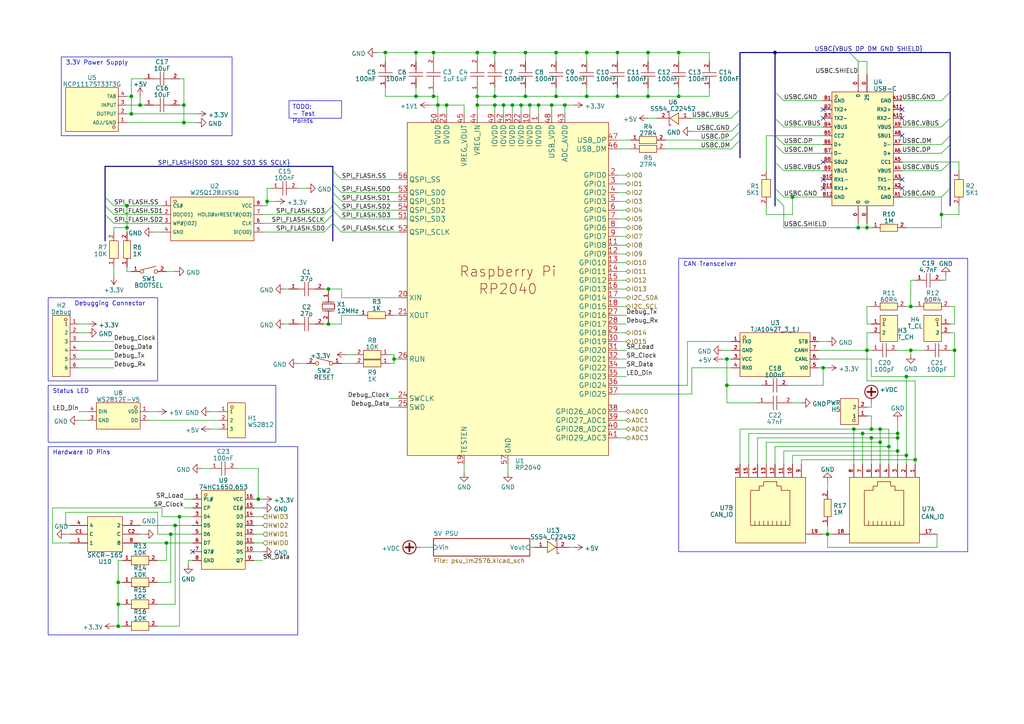
<source format=kicad_sch>
(kicad_sch (version 20230121) (generator eeschema)
  (paper "A4")
  (title_block (title "Pi RP2040 MCU") (date "2024-01-10") (rev "0") (company "DrinkRobotics") (comment 1 "https://git.xythobuz.de/thomas/Dispensy") (comment 3 "PCB Thickness: 1mm") (comment 4 "DRAFT DRAFT DRAFT DRAFT DRAFT"))
  (junction (at 129.54 30.48))
  (junction (at 125.73 15.24))
  (junction (at 152.4 27.94))
  (junction (at 179.07 15.24))
  (junction (at 52.07 149.86))
  (junction (at 170.18 15.24))
  (junction (at 53.34 30.48))
  (junction (at 38.1 33.02))
  (junction (at 276.86 101.6))
  (junction (at 179.07 27.94))
  (junction (at 114.3 104.14))
  (junction (at 77.47 58.42))
  (junction (at 260.35 130.81))
  (junction (at 38.1 27.94))
  (junction (at 40.64 30.48))
  (junction (at 255.27 124.46))
  (junction (at 125.73 27.94))
  (junction (at 248.92 66.04))
  (junction (at 146.05 30.48))
  (junction (at 262.89 132.08))
  (junction (at 138.43 30.48))
  (junction (at 250.19 125.73))
  (junction (at 151.13 30.48))
  (junction (at 252.73 127))
  (junction (at 187.96 27.94))
  (junction (at 163.83 30.48))
  (junction (at 251.46 101.6))
  (junction (at 160.02 30.48))
  (junction (at 247.65 124.46))
  (junction (at 252.73 124.46))
  (junction (at 34.29 181.61))
  (junction (at 74.93 144.78))
  (junction (at 251.46 66.04))
  (junction (at 187.96 15.24))
  (junction (at 161.29 15.24))
  (junction (at 143.51 30.48))
  (junction (at 170.18 27.94))
  (junction (at 264.16 88.9))
  (junction (at 143.51 27.94))
  (junction (at 156.21 30.48))
  (junction (at 273.05 62.23))
  (junction (at 53.34 35.56))
  (junction (at 36.83 59.69))
  (junction (at 238.76 106.68))
  (junction (at 48.26 157.48))
  (junction (at 196.85 15.24))
  (junction (at 265.43 133.35))
  (junction (at 264.16 101.6))
  (junction (at 262.89 109.22))
  (junction (at 196.85 27.94))
  (junction (at 161.29 27.94))
  (junction (at 95.25 83.82))
  (junction (at 95.25 93.98))
  (junction (at 138.43 27.94))
  (junction (at 50.8 152.4))
  (junction (at 111.76 15.24))
  (junction (at 152.4 15.24))
  (junction (at 34.29 168.91))
  (junction (at 36.83 66.04))
  (junction (at 210.82 111.76))
  (junction (at 224.79 15.24))
  (junction (at 260.35 125.73))
  (junction (at 240.03 154.94))
  (junction (at 255.27 128.27))
  (junction (at 49.53 154.94))
  (junction (at 257.81 129.54))
  (junction (at 143.51 15.24))
  (junction (at 153.67 30.48))
  (junction (at 127 30.48))
  (junction (at 210.82 104.14))
  (junction (at 120.65 15.24))
  (junction (at 229.87 57.15))
  (junction (at 138.43 15.24))
  (junction (at 260.35 127))
  (junction (at 148.59 30.48))
  (junction (at 34.29 175.26))
  (junction (at 120.65 27.94))
  (no_connect (at 238.76 46.99))
  (no_connect (at 238.76 54.61))
  (no_connect (at 238.76 31.75))
  (no_connect (at 55.88 160.02))
  (no_connect (at 261.62 52.07))
  (no_connect (at 238.76 34.29))
  (no_connect (at 261.62 31.75))
  (no_connect (at 261.62 34.29))
  (no_connect (at 261.62 54.61))
  (no_connect (at 238.76 52.07))
  (no_connect (at 261.62 39.37))
  (bus_entry (at 275.59 54.61) (size -2.54 2.54))
  (bus_entry (at 30.48 62.23) (size 2.54 2.54))
  (bus_entry (at 275.59 26.67) (size -2.54 2.54))
  (bus_entry (at 214.63 40.64) (size -2.54 2.54))
  (bus_entry (at 224.79 41.91) (size 2.54 2.54))
  (bus_entry (at 214.63 35.56) (size -2.54 2.54))
  (bus_entry (at 96.52 55.88) (size 2.54 2.54))
  (bus_entry (at 30.48 59.69) (size 2.54 2.54))
  (bus_entry (at 224.79 54.61) (size 2.54 2.54))
  (bus_entry (at 96.52 64.77) (size 2.54 2.54))
  (bus_entry (at 224.79 26.67) (size 2.54 2.54))
  (bus_entry (at 96.52 58.42) (size 2.54 2.54))
  (bus_entry (at 96.52 64.77) (size -2.54 2.54))
  (bus_entry (at 275.59 46.99) (size -2.54 2.54))
  (bus_entry (at 224.79 34.29) (size 2.54 2.54))
  (bus_entry (at 275.59 39.37) (size -2.54 2.54))
  (bus_entry (at 96.52 59.69) (size -2.54 2.54))
  (bus_entry (at 224.79 39.37) (size 2.54 2.54))
  (bus_entry (at 275.59 34.29) (size -2.54 2.54))
  (bus_entry (at 96.52 60.96) (size 2.54 2.54))
  (bus_entry (at 30.48 57.15) (size 2.54 2.54))
  (bus_entry (at 96.52 49.53) (size 2.54 2.54))
  (bus_entry (at 275.59 41.91) (size -2.54 2.54))
  (bus_entry (at 214.63 31.75) (size -2.54 2.54))
  (bus_entry (at 96.52 53.34) (size 2.54 2.54))
  (bus_entry (at 224.79 57.15) (size 2.54 2.54))
  (bus_entry (at 96.52 62.23) (size -2.54 2.54))
  (bus_entry (at 246.38 15.24) (size 2.54 2.54))
  (bus_entry (at 214.63 38.1) (size -2.54 2.54))
  (bus_entry (at 224.79 46.99) (size 2.54 2.54))
  (bus (pts (xy 96.52 64.77) (xy 96.52 69.85)))
  (wire (pts (xy 22.86 99.06) (xy 33.02 99.06)))
  (wire (pts (xy 36.83 30.48) (xy 40.64 30.48)))
  (wire (pts (xy 229.87 134.62) (xy 229.87 132.08)))
  (wire (pts (xy 99.06 67.31) (xy 115.57 67.31)))
  (wire (pts (xy 262.89 109.22) (xy 276.86 109.22)))
  (wire (pts (xy 114.3 91.44) (xy 115.57 91.44)))
  (wire (pts (xy 196.85 15.24) (xy 196.85 17.78)))
  (wire (pts (xy 227.33 130.81) (xy 260.35 130.81)))
  (wire (pts (xy 143.51 30.48) (xy 143.51 33.02)))
  (wire (pts (xy 25.4 121.92) (xy 22.86 121.92)))
  (wire (pts (xy 163.83 30.48) (xy 166.37 30.48)))
  (wire (pts (xy 22.86 104.14) (xy 33.02 104.14)))
  (wire (pts (xy 143.51 30.48) (xy 146.05 30.48)))
  (wire (pts (xy 278.13 62.23) (xy 273.05 62.23)))
  (wire (pts (xy 36.83 78.74) (xy 38.1 78.74)))
  (wire (pts (xy 45.72 148.59) (xy 45.72 154.94)))
  (wire (pts (xy 125.73 15.24) (xy 120.65 15.24)))
  (bus (pts (xy 214.63 15.24) (xy 214.63 31.75)))
  (wire (pts (xy 217.17 125.73) (xy 250.19 125.73)))
  (wire (pts (xy 252.73 109.22) (xy 262.89 109.22)))
  (wire (pts (xy 264.16 101.6) (xy 267.97 101.6)))
  (wire (pts (xy 40.64 30.48) (xy 41.91 30.48)))
  (wire (pts (xy 146.05 33.02) (xy 146.05 30.48)))
  (wire (pts (xy 227.33 36.83) (xy 238.76 36.83)))
  (wire (pts (xy 153.67 158.75) (xy 154.94 158.75)))
  (wire (pts (xy 205.74 15.24) (xy 205.74 17.78)))
  (bus (pts (xy 275.59 15.24) (xy 275.59 26.67)))
  (wire (pts (xy 48.26 78.74) (xy 50.8 78.74)))
  (wire (pts (xy 179.07 53.34) (xy 181.61 53.34)))
  (wire (pts (xy 278.13 59.69) (xy 278.13 62.23)))
  (wire (pts (xy 220.98 111.76) (xy 210.82 111.76)))
  (wire (pts (xy 19.05 152.4) (xy 19.05 148.59)))
  (wire (pts (xy 15.24 157.48) (xy 15.24 147.32)))
  (wire (pts (xy 95.25 83.82) (xy 99.06 83.82)))
  (wire (pts (xy 143.51 27.94) (xy 152.4 27.94)))
  (wire (pts (xy 179.07 93.98) (xy 181.61 93.98)))
  (wire (pts (xy 161.29 15.24) (xy 161.29 17.78)))
  (wire (pts (xy 40.64 152.4) (xy 50.8 152.4)))
  (wire (pts (xy 43.18 121.92) (xy 63.5 121.92)))
  (wire (pts (xy 200.66 114.3) (xy 200.66 106.68)))
  (wire (pts (xy 227.33 29.21) (xy 238.76 29.21)))
  (bus (pts (xy 224.79 15.24) (xy 214.63 15.24)))
  (wire (pts (xy 151.13 30.48) (xy 153.67 30.48)))
  (wire (pts (xy 99.06 63.5) (xy 115.57 63.5)))
  (wire (pts (xy 248.92 64.77) (xy 248.92 66.04)))
  (wire (pts (xy 22.86 96.52) (xy 25.4 96.52)))
  (wire (pts (xy 127 33.02) (xy 127 30.48)))
  (bus (pts (xy 96.52 59.69) (xy 96.52 60.96)))
  (wire (pts (xy 222.25 134.62) (xy 222.25 128.27)))
  (wire (pts (xy 227.33 59.69) (xy 227.33 66.04)))
  (bus (pts (xy 96.52 53.34) (xy 96.52 55.88)))
  (wire (pts (xy 196.85 27.94) (xy 205.74 27.94)))
  (wire (pts (xy 179.07 101.6) (xy 181.61 101.6)))
  (wire (pts (xy 179.07 27.94) (xy 187.96 27.94)))
  (wire (pts (xy 179.07 86.36) (xy 181.61 86.36)))
  (bus (pts (xy 96.52 48.26) (xy 30.48 48.26)))
  (wire (pts (xy 127 27.94) (xy 127 30.48)))
  (wire (pts (xy 210.82 111.76) (xy 210.82 104.14)))
  (wire (pts (xy 265.43 133.35) (xy 265.43 134.62)))
  (wire (pts (xy 121.92 158.75) (xy 125.73 158.75)))
  (wire (pts (xy 41.91 22.86) (xy 38.1 22.86)))
  (bus (pts (xy 96.52 49.53) (xy 96.52 53.34)))
  (wire (pts (xy 78.74 54.61) (xy 77.47 54.61)))
  (wire (pts (xy 260.35 125.73) (xy 260.35 127)))
  (wire (pts (xy 222.25 49.53) (xy 222.25 39.37)))
  (wire (pts (xy 179.07 68.58) (xy 181.61 68.58)))
  (wire (pts (xy 179.07 124.46) (xy 181.61 124.46)))
  (bus (pts (xy 275.59 46.99) (xy 275.59 54.61)))
  (wire (pts (xy 179.07 15.24) (xy 179.07 17.78)))
  (wire (pts (xy 252.73 96.52) (xy 251.46 96.52)))
  (wire (pts (xy 187.96 27.94) (xy 196.85 27.94)))
  (wire (pts (xy 219.71 134.62) (xy 219.71 127)))
  (bus (pts (xy 224.79 15.24) (xy 246.38 15.24)))
  (wire (pts (xy 179.07 63.5) (xy 181.61 63.5)))
  (wire (pts (xy 152.4 25.4) (xy 152.4 27.94)))
  (wire (pts (xy 257.81 129.54) (xy 257.81 124.46)))
  (wire (pts (xy 134.62 30.48) (xy 129.54 30.48)))
  (wire (pts (xy 34.29 175.26) (xy 34.29 181.61)))
  (wire (pts (xy 222.25 128.27) (xy 255.27 128.27)))
  (wire (pts (xy 73.66 157.48) (xy 76.2 157.48)))
  (wire (pts (xy 199.39 99.06) (xy 212.09 99.06)))
  (wire (pts (xy 227.33 49.53) (xy 238.76 49.53)))
  (wire (pts (xy 73.66 147.32) (xy 76.2 147.32)))
  (wire (pts (xy 179.07 127) (xy 181.61 127)))
  (wire (pts (xy 50.8 152.4) (xy 55.88 152.4)))
  (wire (pts (xy 19.05 154.94) (xy 20.32 154.94)))
  (wire (pts (xy 261.62 29.21) (xy 273.05 29.21)))
  (wire (pts (xy 229.87 116.84) (xy 232.41 116.84)))
  (wire (pts (xy 34.29 162.56) (xy 34.29 168.91)))
  (wire (pts (xy 179.07 25.4) (xy 179.07 27.94)))
  (wire (pts (xy 111.76 27.94) (xy 120.65 27.94)))
  (wire (pts (xy 227.33 57.15) (xy 229.87 57.15)))
  (bus (pts (xy 30.48 62.23) (xy 30.48 69.85)))
  (wire (pts (xy 148.59 30.48) (xy 151.13 30.48)))
  (bus (pts (xy 224.79 54.61) (xy 224.79 46.99)))
  (wire (pts (xy 224.79 39.37) (xy 238.76 39.37)))
  (wire (pts (xy 222.25 59.69) (xy 222.25 62.23)))
  (wire (pts (xy 99.06 60.96) (xy 115.57 60.96)))
  (wire (pts (xy 48.26 157.48) (xy 55.88 157.48)))
  (wire (pts (xy 53.34 144.78) (xy 55.88 144.78)))
  (bus (pts (xy 275.59 54.61) (xy 275.59 59.69)))
  (wire (pts (xy 210.82 116.84) (xy 210.82 111.76)))
  (wire (pts (xy 152.4 27.94) (xy 161.29 27.94)))
  (wire (pts (xy 261.62 36.83) (xy 273.05 36.83)))
  (wire (pts (xy 271.78 154.94) (xy 271.78 158.75)))
  (wire (pts (xy 247.65 124.46) (xy 247.65 134.62)))
  (wire (pts (xy 33.02 64.77) (xy 46.99 64.77)))
  (wire (pts (xy 36.83 59.69) (xy 46.99 59.69)))
  (wire (pts (xy 35.56 181.61) (xy 34.29 181.61)))
  (wire (pts (xy 33.02 62.23) (xy 46.99 62.23)))
  (wire (pts (xy 68.58 135.89) (xy 74.93 135.89)))
  (wire (pts (xy 260.35 121.92) (xy 260.35 125.73)))
  (wire (pts (xy 238.76 154.94) (xy 240.03 154.94)))
  (wire (pts (xy 53.34 35.56) (xy 57.15 35.56)))
  (wire (pts (xy 240.03 154.94) (xy 241.3 154.94)))
  (wire (pts (xy 261.62 44.45) (xy 273.05 44.45)))
  (wire (pts (xy 77.47 58.42) (xy 77.47 59.69)))
  (wire (pts (xy 252.73 104.14) (xy 252.73 109.22)))
  (wire (pts (xy 273.05 66.04) (xy 273.05 62.23)))
  (wire (pts (xy 113.03 102.87) (xy 114.3 102.87)))
  (wire (pts (xy 187.96 15.24) (xy 187.96 17.78)))
  (wire (pts (xy 36.83 59.69) (xy 36.83 66.04)))
  (bus (pts (xy 275.59 26.67) (xy 275.59 34.29)))
  (wire (pts (xy 251.46 101.6) (xy 251.46 110.49)))
  (wire (pts (xy 153.67 30.48) (xy 153.67 33.02)))
  (wire (pts (xy 193.04 40.64) (xy 212.09 40.64)))
  (wire (pts (xy 209.55 104.14) (xy 210.82 104.14)))
  (wire (pts (xy 113.03 118.11) (xy 115.57 118.11)))
  (wire (pts (xy 271.78 158.75) (xy 240.03 158.75)))
  (bus (pts (xy 214.63 40.64) (xy 214.63 45.72)))
  (wire (pts (xy 196.85 25.4) (xy 196.85 27.94)))
  (wire (pts (xy 200.66 106.68) (xy 212.09 106.68)))
  (wire (pts (xy 170.18 25.4) (xy 170.18 27.94)))
  (bus (pts (xy 30.48 59.69) (xy 30.48 62.23)))
  (bus (pts (xy 275.59 34.29) (xy 275.59 39.37)))
  (bus (pts (xy 224.79 46.99) (xy 224.79 41.91)))
  (wire (pts (xy 276.86 96.52) (xy 276.86 101.6)))
  (wire (pts (xy 170.18 27.94) (xy 179.07 27.94)))
  (wire (pts (xy 275.59 101.6) (xy 276.86 101.6)))
  (wire (pts (xy 36.83 77.47) (xy 36.83 78.74)))
  (wire (pts (xy 222.25 62.23) (xy 229.87 62.23)))
  (wire (pts (xy 33.02 77.47) (xy 33.02 80.01)))
  (wire (pts (xy 46.99 149.86) (xy 52.07 149.86)))
  (wire (pts (xy 34.29 168.91) (xy 35.56 168.91)))
  (wire (pts (xy 77.47 54.61) (xy 77.47 58.42)))
  (wire (pts (xy 148.59 30.48) (xy 148.59 33.02)))
  (wire (pts (xy 134.62 134.62) (xy 134.62 137.16)))
  (wire (pts (xy 45.72 181.61) (xy 52.07 181.61)))
  (wire (pts (xy 152.4 15.24) (xy 152.4 17.78)))
  (wire (pts (xy 113.03 105.41) (xy 114.3 105.41)))
  (wire (pts (xy 273.05 62.23) (xy 273.05 57.15)))
  (wire (pts (xy 48.26 162.56) (xy 48.26 157.48)))
  (wire (pts (xy 238.76 111.76) (xy 238.76 106.68)))
  (wire (pts (xy 45.72 119.38) (xy 43.18 119.38)))
  (wire (pts (xy 22.86 93.98) (xy 25.4 93.98)))
  (wire (pts (xy 114.3 104.14) (xy 115.57 104.14)))
  (wire (pts (xy 53.34 30.48) (xy 53.34 35.56)))
  (wire (pts (xy 251.46 66.04) (xy 252.73 66.04)))
  (wire (pts (xy 179.07 60.96) (xy 181.61 60.96)))
  (wire (pts (xy 161.29 27.94) (xy 170.18 27.94)))
  (wire (pts (xy 127 30.48) (xy 129.54 30.48)))
  (wire (pts (xy 22.86 101.6) (xy 33.02 101.6)))
  (wire (pts (xy 99.06 58.42) (xy 115.57 58.42)))
  (wire (pts (xy 252.73 127) (xy 260.35 127)))
  (wire (pts (xy 170.18 15.24) (xy 170.18 17.78)))
  (wire (pts (xy 88.9 105.41) (xy 86.36 105.41)))
  (wire (pts (xy 170.18 15.24) (xy 179.07 15.24)))
  (wire (pts (xy 111.76 17.78) (xy 111.76 15.24)))
  (wire (pts (xy 251.46 21.59) (xy 251.46 17.78)))
  (wire (pts (xy 179.07 71.12) (xy 181.61 71.12)))
  (wire (pts (xy 237.49 99.06) (xy 240.03 99.06)))
  (wire (pts (xy 250.19 125.73) (xy 250.19 134.62)))
  (wire (pts (xy 77.47 58.42) (xy 80.01 58.42)))
  (wire (pts (xy 260.35 130.81) (xy 260.35 134.62)))
  (wire (pts (xy 275.59 96.52) (xy 276.86 96.52)))
  (wire (pts (xy 60.96 124.46) (xy 63.5 124.46)))
  (wire (pts (xy 257.81 129.54) (xy 257.81 134.62)))
  (wire (pts (xy 238.76 106.68) (xy 240.03 106.68)))
  (wire (pts (xy 224.79 134.62) (xy 224.79 129.54)))
  (wire (pts (xy 76.2 67.31) (xy 93.98 67.31)))
  (wire (pts (xy 179.07 73.66) (xy 181.61 73.66)))
  (wire (pts (xy 193.04 43.18) (xy 212.09 43.18)))
  (wire (pts (xy 138.43 30.48) (xy 143.51 30.48)))
  (wire (pts (xy 125.73 15.24) (xy 138.43 15.24)))
  (wire (pts (xy 187.96 25.4) (xy 187.96 27.94)))
  (wire (pts (xy 214.63 134.62) (xy 214.63 124.46)))
  (bus (pts (xy 96.52 48.26) (xy 96.52 49.53)))
  (wire (pts (xy 251.46 120.65) (xy 252.73 120.65)))
  (wire (pts (xy 156.21 30.48) (xy 160.02 30.48)))
  (wire (pts (xy 138.43 33.02) (xy 138.43 30.48)))
  (wire (pts (xy 260.35 101.6) (xy 264.16 101.6)))
  (wire (pts (xy 40.64 157.48) (xy 48.26 157.48)))
  (wire (pts (xy 179.07 43.18) (xy 182.88 43.18)))
  (wire (pts (xy 74.93 135.89) (xy 74.93 144.78)))
  (bus (pts (xy 224.79 41.91) (xy 224.79 39.37)))
  (wire (pts (xy 35.56 162.56) (xy 34.29 162.56)))
  (wire (pts (xy 251.46 101.6) (xy 252.73 101.6)))
  (wire (pts (xy 76.2 64.77) (xy 93.98 64.77)))
  (wire (pts (xy 260.35 127) (xy 260.35 130.81)))
  (wire (pts (xy 237.49 104.14) (xy 252.73 104.14)))
  (wire (pts (xy 187.96 34.29) (xy 190.5 34.29)))
  (wire (pts (xy 251.46 88.9) (xy 251.46 93.98)))
  (wire (pts (xy 161.29 25.4) (xy 161.29 27.94)))
  (wire (pts (xy 73.66 144.78) (xy 74.93 144.78)))
  (wire (pts (xy 179.07 15.24) (xy 187.96 15.24)))
  (wire (pts (xy 251.46 96.52) (xy 251.46 101.6)))
  (wire (pts (xy 45.72 154.94) (xy 49.53 154.94)))
  (bus (pts (xy 96.52 60.96) (xy 96.52 62.23)))
  (wire (pts (xy 219.71 116.84) (xy 210.82 116.84)))
  (wire (pts (xy 179.07 76.2) (xy 181.61 76.2)))
  (wire (pts (xy 99.06 91.44) (xy 104.14 91.44)))
  (wire (pts (xy 219.71 127) (xy 252.73 127)))
  (bus (pts (xy 224.79 57.15) (xy 224.79 54.61)))
  (wire (pts (xy 196.85 15.24) (xy 205.74 15.24)))
  (wire (pts (xy 199.39 111.76) (xy 199.39 99.06)))
  (bus (pts (xy 214.63 31.75) (xy 214.63 35.56)))
  (wire (pts (xy 200.66 38.1) (xy 212.09 38.1)))
  (wire (pts (xy 255.27 128.27) (xy 255.27 134.62)))
  (wire (pts (xy 124.46 30.48) (xy 127 30.48)))
  (wire (pts (xy 52.07 181.61) (xy 52.07 149.86)))
  (wire (pts (xy 93.98 93.98) (xy 95.25 93.98)))
  (wire (pts (xy 138.43 26.67) (xy 138.43 27.94)))
  (wire (pts (xy 261.62 49.53) (xy 273.05 49.53)))
  (wire (pts (xy 163.83 33.02) (xy 163.83 30.48)))
  (wire (pts (xy 138.43 15.24) (xy 143.51 15.24)))
  (wire (pts (xy 52.07 149.86) (xy 55.88 149.86)))
  (wire (pts (xy 99.06 55.88) (xy 115.57 55.88)))
  (wire (pts (xy 179.07 40.64) (xy 182.88 40.64)))
  (wire (pts (xy 151.13 30.48) (xy 151.13 33.02)))
  (wire (pts (xy 76.2 62.23) (xy 93.98 62.23)))
  (wire (pts (xy 276.86 93.98) (xy 275.59 93.98)))
  (wire (pts (xy 53.34 22.86) (xy 53.34 30.48)))
  (wire (pts (xy 99.06 93.98) (xy 99.06 91.44)))
  (wire (pts (xy 209.55 101.6) (xy 212.09 101.6)))
  (wire (pts (xy 247.65 124.46) (xy 252.73 124.46)))
  (wire (pts (xy 33.02 181.61) (xy 34.29 181.61)))
  (wire (pts (xy 210.82 104.14) (xy 212.09 104.14)))
  (wire (pts (xy 237.49 106.68) (xy 238.76 106.68)))
  (wire (pts (xy 252.73 118.11) (xy 252.73 116.84)))
  (wire (pts (xy 49.53 168.91) (xy 49.53 154.94)))
  (wire (pts (xy 99.06 83.82) (xy 99.06 86.36)))
  (wire (pts (xy 274.32 81.28) (xy 274.32 80.01)))
  (wire (pts (xy 264.16 81.28) (xy 264.16 88.9)))
  (wire (pts (xy 54.61 162.56) (xy 54.61 163.83)))
  (wire (pts (xy 265.43 110.49) (xy 265.43 133.35)))
  (wire (pts (xy 120.65 25.4) (xy 120.65 27.94)))
  (wire (pts (xy 93.98 83.82) (xy 95.25 83.82)))
  (wire (pts (xy 73.66 149.86) (xy 76.2 149.86)))
  (wire (pts (xy 179.07 121.92) (xy 181.61 121.92)))
  (wire (pts (xy 60.96 119.38) (xy 63.5 119.38)))
  (wire (pts (xy 227.33 44.45) (xy 238.76 44.45)))
  (wire (pts (xy 179.07 50.8) (xy 181.61 50.8)))
  (wire (pts (xy 248.92 66.04) (xy 251.46 66.04)))
  (wire (pts (xy 179.07 91.44) (xy 181.61 91.44)))
  (wire (pts (xy 40.64 27.94) (xy 40.64 30.48)))
  (wire (pts (xy 275.59 88.9) (xy 276.86 88.9)))
  (wire (pts (xy 22.86 119.38) (xy 25.4 119.38)))
  (wire (pts (xy 161.29 15.24) (xy 170.18 15.24)))
  (wire (pts (xy 40.64 154.94) (xy 41.91 154.94)))
  (wire (pts (xy 46.99 147.32) (xy 46.99 149.86)))
  (wire (pts (xy 179.07 83.82) (xy 181.61 83.82)))
  (wire (pts (xy 45.72 175.26) (xy 50.8 175.26)))
  (wire (pts (xy 138.43 27.94) (xy 143.51 27.94)))
  (wire (pts (xy 240.03 158.75) (xy 240.03 154.94)))
  (wire (pts (xy 251.46 110.49) (xy 265.43 110.49)))
  (wire (pts (xy 179.07 81.28) (xy 181.61 81.28)))
  (wire (pts (xy 95.25 93.98) (xy 99.06 93.98)))
  (wire (pts (xy 237.49 101.6) (xy 251.46 101.6)))
  (wire (pts (xy 147.32 134.62) (xy 147.32 137.16)))
  (wire (pts (xy 109.22 15.24) (xy 111.76 15.24)))
  (wire (pts (xy 222.25 39.37) (xy 224.79 39.37)))
  (bus (pts (xy 246.38 15.24) (xy 275.59 15.24)))
  (wire (pts (xy 73.66 162.56) (xy 76.2 162.56)))
  (wire (pts (xy 251.46 93.98) (xy 252.73 93.98)))
  (wire (pts (xy 278.13 49.53) (xy 278.13 46.99)))
  (wire (pts (xy 44.45 67.31) (xy 46.99 67.31)))
  (wire (pts (xy 153.67 30.48) (xy 156.21 30.48)))
  (wire (pts (xy 53.34 147.32) (xy 55.88 147.32)))
  (wire (pts (xy 152.4 15.24) (xy 161.29 15.24)))
  (wire (pts (xy 179.07 96.52) (xy 181.61 96.52)))
  (wire (pts (xy 19.05 148.59) (xy 45.72 148.59)))
  (bus (pts (xy 214.63 35.56) (xy 214.63 38.1)))
  (bus (pts (xy 96.52 58.42) (xy 96.52 59.69)))
  (wire (pts (xy 232.41 133.35) (xy 265.43 133.35)))
  (wire (pts (xy 111.76 15.24) (xy 120.65 15.24)))
  (wire (pts (xy 55.88 162.56) (xy 54.61 162.56)))
  (wire (pts (xy 187.96 15.24) (xy 196.85 15.24)))
  (wire (pts (xy 229.87 62.23) (xy 229.87 57.15)))
  (wire (pts (xy 82.55 83.82) (xy 83.82 83.82)))
  (wire (pts (xy 38.1 27.94) (xy 36.83 27.94)))
  (wire (pts (xy 125.73 16.51) (xy 125.73 15.24)))
  (wire (pts (xy 160.02 30.48) (xy 160.02 33.02)))
  (bus (pts (xy 30.48 48.26) (xy 30.48 57.15)))
  (wire (pts (xy 248.92 17.78) (xy 251.46 17.78)))
  (wire (pts (xy 143.51 15.24) (xy 143.51 17.78)))
  (wire (pts (xy 276.86 88.9) (xy 276.86 93.98)))
  (wire (pts (xy 252.73 127) (xy 252.73 134.62)))
  (wire (pts (xy 49.53 154.94) (xy 55.88 154.94)))
  (bus (pts (xy 224.79 59.69) (xy 224.79 57.15)))
  (wire (pts (xy 227.33 41.91) (xy 238.76 41.91)))
  (wire (pts (xy 179.07 66.04) (xy 181.61 66.04)))
  (wire (pts (xy 232.41 134.62) (xy 232.41 133.35)))
  (bus (pts (xy 275.59 41.91) (xy 275.59 46.99)))
  (wire (pts (xy 36.83 35.56) (xy 53.34 35.56)))
  (wire (pts (xy 114.3 105.41) (xy 114.3 104.14)))
  (wire (pts (xy 240.03 152.4) (xy 240.03 154.94)))
  (wire (pts (xy 15.24 147.32) (xy 46.99 147.32)))
  (wire (pts (xy 228.6 111.76) (xy 238.76 111.76)))
  (wire (pts (xy 52.07 30.48) (xy 53.34 30.48)))
  (wire (pts (xy 160.02 30.48) (xy 163.83 30.48)))
  (wire (pts (xy 125.73 27.94) (xy 125.73 26.67)))
  (wire (pts (xy 73.66 160.02) (xy 76.2 160.02)))
  (wire (pts (xy 113.03 115.57) (xy 115.57 115.57)))
  (wire (pts (xy 36.83 66.04) (xy 36.83 67.31)))
  (wire (pts (xy 262.89 109.22) (xy 262.89 132.08)))
  (wire (pts (xy 261.62 57.15) (xy 273.05 57.15)))
  (wire (pts (xy 33.02 67.31) (xy 33.02 66.04)))
  (wire (pts (xy 114.3 102.87) (xy 114.3 104.14)))
  (bus (pts (xy 275.59 39.37) (xy 275.59 41.91)))
  (wire (pts (xy 36.83 33.02) (xy 38.1 33.02)))
  (wire (pts (xy 255.27 124.46) (xy 255.27 128.27)))
  (wire (pts (xy 265.43 81.28) (xy 264.16 81.28)))
  (bus (pts (xy 30.48 57.15) (xy 30.48 59.69)))
  (wire (pts (xy 261.62 41.91) (xy 273.05 41.91)))
  (wire (pts (xy 86.36 54.61) (xy 88.9 54.61)))
  (wire (pts (xy 52.07 22.86) (xy 53.34 22.86)))
  (wire (pts (xy 179.07 111.76) (xy 199.39 111.76)))
  (wire (pts (xy 261.62 46.99) (xy 275.59 46.99)))
  (bus (pts (xy 224.79 15.24) (xy 224.79 26.67)))
  (bus (pts (xy 96.52 55.88) (xy 96.52 58.42)))
  (wire (pts (xy 129.54 30.48) (xy 129.54 33.02)))
  (wire (pts (xy 252.73 124.46) (xy 255.27 124.46)))
  (wire (pts (xy 251.46 64.77) (xy 251.46 66.04)))
  (wire (pts (xy 156.21 30.48) (xy 156.21 33.02)))
  (wire (pts (xy 34.29 175.26) (xy 34.29 168.91)))
  (wire (pts (xy 262.89 88.9) (xy 264.16 88.9)))
  (wire (pts (xy 73.66 154.94) (xy 76.2 154.94)))
  (wire (pts (xy 134.62 33.02) (xy 134.62 30.48)))
  (wire (pts (xy 143.51 15.24) (xy 152.4 15.24)))
  (wire (pts (xy 74.93 144.78) (xy 76.2 144.78)))
  (wire (pts (xy 179.07 58.42) (xy 181.61 58.42)))
  (wire (pts (xy 76.2 59.69) (xy 77.47 59.69)))
  (wire (pts (xy 251.46 118.11) (xy 252.73 118.11)))
  (wire (pts (xy 240.03 139.7) (xy 240.03 142.24)))
  (wire (pts (xy 99.06 86.36) (xy 115.57 86.36)))
  (wire (pts (xy 227.33 134.62) (xy 227.33 130.81)))
  (wire (pts (xy 45.72 168.91) (xy 49.53 168.91)))
  (wire (pts (xy 179.07 106.68) (xy 181.61 106.68)))
  (wire (pts (xy 138.43 16.51) (xy 138.43 15.24)))
  (wire (pts (xy 120.65 27.94) (xy 125.73 27.94)))
  (wire (pts (xy 58.42 135.89) (xy 60.96 135.89)))
  (wire (pts (xy 179.07 114.3) (xy 200.66 114.3)))
  (wire (pts (xy 200.66 34.29) (xy 212.09 34.29)))
  (wire (pts (xy 255.27 124.46) (xy 257.81 124.46)))
  (wire (pts (xy 179.07 104.14) (xy 181.61 104.14)))
  (wire (pts (xy 120.65 15.24) (xy 120.65 17.78)))
  (wire (pts (xy 248.92 17.78) (xy 248.92 21.59)))
  (bus (pts (xy 224.79 39.37) (xy 224.79 34.29)))
  (wire (pts (xy 20.32 152.4) (xy 19.05 152.4)))
  (wire (pts (xy 50.8 175.26) (xy 50.8 152.4)))
  (wire (pts (xy 146.05 30.48) (xy 148.59 30.48)))
  (bus (pts (xy 224.79 34.29) (xy 224.79 26.67)))
  (wire (pts (xy 229.87 132.08) (xy 262.89 132.08)))
  (wire (pts (xy 214.63 124.46) (xy 247.65 124.46)))
  (wire (pts (xy 73.66 152.4) (xy 76.2 152.4)))
  (wire (pts (xy 262.89 132.08) (xy 262.89 134.62)))
  (wire (pts (xy 179.07 55.88) (xy 181.61 55.88)))
  (wire (pts (xy 102.87 105.41) (xy 99.06 105.41)))
  (wire (pts (xy 125.73 27.94) (xy 127 27.94)))
  (wire (pts (xy 264.16 88.9) (xy 265.43 88.9)))
  (wire (pts (xy 165.1 158.75) (xy 166.37 158.75)))
  (wire (pts (xy 179.07 109.22) (xy 181.61 109.22)))
  (wire (pts (xy 20.32 157.48) (xy 15.24 157.48)))
  (wire (pts (xy 99.06 52.07) (xy 115.57 52.07)))
  (wire (pts (xy 250.19 125.73) (xy 260.35 125.73)))
  (wire (pts (xy 33.02 59.69) (xy 36.83 59.69)))
  (wire (pts (xy 229.87 57.15) (xy 238.76 57.15)))
  (wire (pts (xy 38.1 33.02) (xy 57.15 33.02)))
  (wire (pts (xy 35.56 175.26) (xy 34.29 175.26)))
  (bus (pts (xy 96.52 62.23) (xy 96.52 64.77)))
  (wire (pts (xy 224.79 129.54) (xy 257.81 129.54)))
  (wire (pts (xy 252.73 120.65) (xy 252.73 124.46)))
  (wire (pts (xy 273.05 81.28) (xy 274.32 81.28)))
  (bus (pts (xy 214.63 38.1) (xy 214.63 40.64)))
  (wire (pts (xy 275.59 46.99) (xy 278.13 46.99)))
  (wire (pts (xy 276.86 109.22) (xy 276.86 101.6)))
  (wire (pts (xy 100.33 102.87) (xy 102.87 102.87)))
  (wire (pts (xy 82.55 93.98) (xy 83.82 93.98)))
  (wire (pts (xy 22.86 106.68) (xy 33.02 106.68)))
  (wire (pts (xy 179.07 99.06) (xy 181.61 99.06)))
  (wire (pts (xy 205.74 27.94) (xy 205.74 25.4)))
  (wire (pts (xy 38.1 33.02) (xy 38.1 27.94)))
  (wire (pts (xy 262.89 66.04) (xy 273.05 66.04)))
  (wire (pts (xy 227.33 66.04) (xy 248.92 66.04)))
  (wire (pts (xy 111.76 25.4) (xy 111.76 27.94)))
  (wire (pts (xy 264.16 101.6) (xy 264.16 102.87)))
  (wire (pts (xy 38.1 22.86) (xy 38.1 27.94)))
  (wire (pts (xy 179.07 78.74) (xy 181.61 78.74)))
  (wire (pts (xy 138.43 27.94) (xy 138.43 30.48)))
  (wire (pts (xy 143.51 25.4) (xy 143.51 27.94)))
  (wire (pts (xy 179.07 119.38) (xy 181.61 119.38)))
  (wire (pts (xy 179.07 88.9) (xy 181.61 88.9)))
  (wire (pts (xy 33.02 66.04) (xy 36.83 66.04)))
  (wire (pts (xy 252.73 88.9) (xy 251.46 88.9)))
  (wire (pts (xy 45.72 162.56) (xy 48.26 162.56)))
  (wire (pts (xy 217.17 134.62) (xy 217.17 125.73)))
  (rectangle (start 13.97 111.76) (end 80.01 128.27))
  (rectangle (start 13.97 129.54) (end 86.36 184.15))
  (rectangle (start 13.97 86.36) (end 45.72 110.49))
  (rectangle (start 196.85 74.93) (end 280.67 160.02))
  (rectangle (start 17.78 16.51) (end 67.31 39.37))
  (text_box "TODO:\n- Test Points" (at 83.82 29.21 0) (size 15.24 5.08) (effects (font (size 1.27 1.27)) (justify left top)))
  (text "Hardware ID Pins" (at 15.24 132.08 0) (effects (font (size 1.27 1.27)) (justify left bottom)))
  (text "Debugging Connector" (at 21.59 88.9 0) (effects (font (size 1.27 1.27)) (justify left bottom)))
  (text "CAN Transceiver" (at 198.12 77.47 0) (effects (font (size 1.27 1.27)) (justify left bottom)))
  (text "Status LED" (at 15.24 114.3 0) (effects (font (size 1.27 1.27)) (justify left bottom)))
  (text "3.3V Power Supply" (at 19.05 19.05 0) (effects (font (size 1.27 1.27)) (justify left bottom)))
  (label "SPI_FLASH.SD3" (at 99.06 63.5 0))
  (label "SR_Clock" (at 53.34 147.32 180))
  (label "USBC.VBUS" (at 261.62 49.53 0))
  (label "SPI_FLASH.SD2" (at 33.02 64.77 0))
  (label "Debug_Tx" (at 181.61 91.44 0))
  (label "USBC.GND" (at 261.62 57.15 0))
  (label "SPI_FLASH.SS" (at 99.06 52.07 0))
  (label "USBC{VBUS DP DM GND SHIELD}" (at 236.22 15.24 0))
  (label "Debug_Tx" (at 33.02 104.14 0))
  (label "SPI_FLASH.SCLK" (at 99.06 67.31 0))
  (label "SPI_FLASH.SD0" (at 99.06 55.88 0))
  (label "USBC.DP" (at 227.33 41.91 0))
  (label "USBC.GND" (at 227.33 29.21 0))
  (label "Debug_Clock" (at 33.02 99.06 0))
  (label "SPI_FLASH{SD0 SD1 SD2 SD3 SS SCLK}" (at 45.72 48.26 0))
  (label "Debug_Data" (at 33.02 101.6 0))
  (label "SPI_FLASH.SD1" (at 33.02 62.23 0))
  (label "SPI_FLASH.SCLK" (at 78.74 64.77 0))
  (label "USBC.SHIELD" (at 227.33 66.04 0))
  (label "SPI_FLASH.SS" (at 33.02 59.69 0))
  (label "LED_Din" (at 22.86 119.38 180))
  (label "USBC.GND" (at 261.62 29.21 0))
  (label "SPI_FLASH.SD3" (at 80.01 62.23 0))
  (label "USBC.DP" (at 203.2 40.64 0))
  (label "USBC.DM" (at 203.2 43.18 0))
  (label "USBC.VBUS" (at 200.66 34.29 0))
  (label "USBC.VBUS" (at 227.33 36.83 0))
  (label "Debug_Rx" (at 33.02 106.68 0))
  (label "USBC.GND" (at 227.33 57.15 0))
  (label "SR_Load" (at 53.34 144.78 180))
  (label "USBC.GND" (at 201.93 38.1 0))
  (label "Debug_Data" (at 113.03 118.11 180))
  (label "USBC.VBUS" (at 261.62 36.83 0))
  (label "SR_Data" (at 76.2 162.56 0))
  (label "SR_Load" (at 181.61 101.6 0))
  (label "LED_Din" (at 181.61 109.22 0))
  (label "SPI_FLASH.SD2" (at 99.06 60.96 0))
  (label "USBC.DM" (at 261.62 41.91 0))
  (label "USBC.VBUS" (at 227.33 49.53 0))
  (label "Debug_Clock" (at 113.03 115.57 180))
  (label "USBC.DP" (at 261.62 44.45 0))
  (label "SPI_FLASH.SD0" (at 80.01 67.31 0))
  (label "USBC.DM" (at 227.33 44.45 0))
  (label "SR_Data" (at 181.61 106.68 0))
  (label "USBC.SHIELD" (at 248.92 21.59 180))
  (label "SR_Clock" (at 181.61 104.14 0))
  (label "SPI_FLASH.SD1" (at 99.06 58.42 0))
  (label "Debug_Rx" (at 181.61 93.98 0))
  (hierarchical_label "IO8" (shape bidirectional) (at 181.61 71.12 0))
  (hierarchical_label "ADC1" (shape bidirectional) (at 181.61 121.92 0))
  (hierarchical_label "IO4" (shape bidirectional) (at 181.61 60.96 0))
  (hierarchical_label "IO5" (shape bidirectional) (at 181.61 63.5 0))
  (hierarchical_label "ADC2" (shape bidirectional) (at 181.61 124.46 0))
  (hierarchical_label "IO3" (shape bidirectional) (at 181.61 58.42 0))
  (hierarchical_label "IO2" (shape bidirectional) (at 181.61 55.88 0))
  (hierarchical_label "IO0" (shape bidirectional) (at 181.61 50.8 0))
  (hierarchical_label "IO15" (shape bidirectional) (at 181.61 99.06 0))
  (hierarchical_label "ADC3" (shape bidirectional) (at 181.61 127 0))
  (hierarchical_label "HWID0" (shape input) (at 76.2 157.48 0))
  (hierarchical_label "ADC0" (shape bidirectional) (at 181.61 119.38 0))
  (hierarchical_label "IO12" (shape bidirectional) (at 181.61 81.28 0))
  (hierarchical_label "IO6" (shape bidirectional) (at 181.61 66.04 0))
  (hierarchical_label "IO7" (shape bidirectional) (at 181.61 68.58 0))
  (hierarchical_label "I2C_SDA" (shape bidirectional) (at 181.61 86.36 0))
  (hierarchical_label "IO13" (shape bidirectional) (at 181.61 83.82 0))
  (hierarchical_label "IO10" (shape bidirectional) (at 181.61 76.2 0))
  (hierarchical_label "IO14" (shape bidirectional) (at 181.61 96.52 0))
  (hierarchical_label "IO1" (shape bidirectional) (at 181.61 53.34 0))
  (hierarchical_label "IO11" (shape bidirectional) (at 181.61 78.74 0))
  (hierarchical_label "HWID2" (shape input) (at 76.2 152.4 0))
  (hierarchical_label "I2C_SCL" (shape bidirectional) (at 181.61 88.9 0))
  (hierarchical_label "IO9" (shape bidirectional) (at 181.61 73.66 0))
  (hierarchical_label "HWID3" (shape input) (at 76.2 149.86 0))
  (hierarchical_label "HWID1" (shape input) (at 76.2 154.94 0))
  (symbol (lib_id "power:GND") (at 264.16 102.87 0) (unit 1)
    (property "Reference" "#PWR030" (effects hide))
    (property "Value" "GND" (at 264.16 107.0055 0))
  )
  (symbol (lib_id "power:GND") (at 54.61 163.83 0) (unit 1)
    (property "Reference" "#PWR038" (effects hide))
    (property "Value" "GND" (at 54.61 167.9655 0))
  )
  (symbol (lib_id "jlc:C0402C0G270G500NTB") (at 88.9 83.82 0) (unit 1)
    (property "Reference" "C1" (at 88.9 78.9051 0))
    (property "Value" "27p" (at 88.9 80.8261 0))
    (property "Footprint" "jlc_footprints:C0402" (effects hide))
    (property "Datasheet" "https://item.szlcsc.com/15869.html" (effects hide))
    (property "LCSC" "C140675" (effects hide))
    (property "Capacitance" "27pF" (effects hide))
  )
  (symbol (lib_id "power:GND") (at 57.15 35.56 90) (unit 1)
    (property "Reference" "#PWR018" (effects hide))
    (property "Value" "GND" (at 60.325 35.8768 90) (effects (justify right)))
  )
  (symbol (lib_id "power:+3.3V") (at 100.33 102.87 90) (unit 1)
    (property "Reference" "#PWR021" (effects hide))
    (property "Value" "+3.3V" (at 95.885 103.1868 90) (effects (justify left)))
  )
  (symbol (lib_id "jlc:GCM155R71H473KE02J") (at 224.79 116.84 0) (unit 1)
    (property "Reference" "C22" (at 224.79 120.4675 0))
    (property "Value" "47nF" (at 224.79 122.3885 0))
    (property "Footprint" "jlc_footprints:C0402" (effects hide))
    (property "Datasheet" "https://item.szlcsc.com/15869.html" (effects hide))
    (property "LCSC" "C697422" (effects hide))
    (property "Capacitance" "47nF" (effects hide))
  )
  (symbol (lib_id "power:+5V") (at 209.55 104.14 90) (unit 1)
    (property "Reference" "#PWR023" (effects hide))
    (property "Value" "+5V" (at 206.3751 104.4568 90) (effects (justify left)))
  )
  (symbol (lib_id "jlc:WR04X27R4FTL") (at 187.96 40.64 0) (unit 1)
    (property "Reference" "R4" (at 187.96 36.7411 0))
    (property "Value" "27R4" (at 187.96 38.6621 0))
    (property "Footprint" "jlc_footprints:R0402" (effects hide))
    (property "Datasheet" "https://item.szlcsc.com/323315.html" (effects hide))
    (property "LCSC" "C172043" (effects hide))
    (property "Resistance" "27.4Ω" (effects hide))
  )
  (symbol (lib_id "jlc:CC0402KRX7R8BB104") (at 143.51 21.59 90) (unit 1)
    (property "Reference" "C7" (at 146.177 20.9463 90) (effects (justify right)))
    (property "Value" "100nF" (at 146.177 22.8673 90) (effects (justify right)))
    (property "Footprint" "jlc_footprints:C0402" (effects hide))
    (property "Datasheet" "https://item.szlcsc.com/15869.html" (effects hide))
    (property "LCSC" "C105883" (effects hide))
    (property "Capacitance" "100nF" (effects hide))
  )
  (symbol (lib_id "jlc:CR-02FL6---10K") (at 40.64 162.56 0) (unit 1)
    (property "Reference" "R13" (at 40.64 158.4071 0))
    (property "Value" "10K" (at 40.64 160.3281 0))
    (property "Footprint" "jlc_footprints:R0402" (effects hide))
    (property "Datasheet" "https://item.szlcsc.com/323315.html" (effects hide))
    (property "LCSC" "C406733" (effects hide))
    (property "Resistance" "10kΩ" (effects hide))
  )
  (symbol (lib_id "power:GND") (at 76.2 160.02 90) (unit 1)
    (property "Reference" "#PWR039" (effects hide))
    (property "Value" "GND" (at 79.375 160.3368 90) (effects (justify right)))
  )
  (symbol (lib_id "jlc:CR-02FL6---10K") (at 40.64 175.26 0) (unit 1)
    (property "Reference" "R15" (at 40.64 171.1071 0))
    (property "Value" "10K" (at 40.64 173.0281 0))
    (property "Footprint" "jlc_footprints:R0402" (effects hide))
    (property "Datasheet" "https://item.szlcsc.com/323315.html" (effects hide))
    (property "LCSC" "C406733" (effects hide))
    (property "Resistance" "10kΩ" (effects hide))
  )
  (symbol (lib_id "jlc:CC0402KRX7R8BB104") (at 196.85 21.59 90) (unit 1)
    (property "Reference" "C13" (at 199.517 20.9463 90) (effects (justify right)))
    (property "Value" "100nF" (at 199.517 22.8673 90) (effects (justify right)))
    (property "Footprint" "jlc_footprints:C0402" (effects hide))
    (property "Datasheet" "https://item.szlcsc.com/15869.html" (effects hide))
    (property "LCSC" "C105883" (effects hide))
    (property "Capacitance" "100nF" (effects hide))
  )
  (symbol (lib_id "jlc:SS54_C22452") (at 195.58 34.29 0) (unit 1)
    (property "Reference" "U6" (at 195.199 29.6291 0))
    (property "Value" "SS54_C22452" (at 195.199 31.5501 0))
    (property "Footprint" "jlc_footprints:SMA_L4.4-W2.8-LS5.4-R-RD" (effects hide))
    (property "Datasheet" "https://item.szlcsc.com/310096.html" (effects hide))
    (property "LCSC" "C22452" (effects hide))
  )
  (symbol (lib_id "jlc:W25Q128JVSIQ") (at 60.96 63.5 0) (unit 1)
    (property "Reference" "U2" (at 62.23 53.959 0))
    (property "Value" "W25Q128JVSIQ" (at 62.23 55.88 0))
    (property "Footprint" "jlc_footprints:SOIC-8_L5.3-W5.3-P1.27-LS8.0-BL" (effects hide))
    (property "Datasheet" "https://item.szlcsc.com/63461.html" (effects hide))
    (property "LCSC" "C113767" (effects hide))
  )
  (symbol (lib_id "jlc:AC1206FR-0760R4L") (at 270.51 88.9 0) (unit 1)
    (property "Reference" "R12" (at 270.51 85.0011 0))
    (property "Value" "60R4" (at 270.51 86.9221 0))
    (property "Footprint" "jlc_footprints:R1206" (effects hide))
    (property "Datasheet" "https://item.szlcsc.com/311874.html" (effects hide))
    (property "LCSC" "C144481" (effects hide))
    (property "Resistance" "60.4Ω" (effects hide))
  )
  (symbol (lib_id "power:GND") (at 82.55 83.82 270) (unit 1)
    (property "Reference" "#PWR06" (effects hide))
    (property "Value" "GND" (at 79.3751 84.1368 90) (effects (justify right)))
  )
  (symbol (lib_id "jlc:22025403P00CKMT") (at 67.31 121.92 0) (unit 1)
    (property "Reference" "H1" (at 71.755 121.2763 0) (effects (justify left)))
    (property "Value" "WS2812" (at 71.755 123.1973 0) (effects (justify left)))
    (property "Footprint" "jlc_footprints:HDR-TH_3P-P2.54-V-F" (effects hide))
    (property "Datasheet" "https://item.szlcsc.com/562471.html" (effects hide))
    (property "LCSC" "C146690" (effects hide))
  )
  (symbol (lib_id "power:GND") (at 88.9 54.61 90) (unit 1)
    (property "Reference" "#PWR012" (effects hide))
    (property "Value" "GND" (at 92.075 54.9268 90) (effects (justify right)))
  )
  (symbol (lib_id "jlc:Header-Female-2_54_1x6") (at 17.78 100.33 0) (mirror y) (unit 1)
    (property "Reference" "H2" (at 17.78 88.5571 0))
    (property "Value" "Debug" (at 17.78 90.4781 0))
    (property "Footprint" "jlc_footprints:HDR-TH_6P-P2.54-V-F" (effects hide))
    (property "Datasheet" "https://so.szlcsc.com/global.html?c=&k=C40877" (effects hide))
    (property "LCSC" "C40877" (effects hide))
  )
  (symbol (lib_id "jlc:CC0402KRX7R8BB104") (at 205.74 21.59 90) (unit 1)
    (property "Reference" "C14" (at 208.407 20.9463 90) (effects (justify right)))
    (property "Value" "100nF" (at 208.407 22.8673 90) (effects (justify right)))
    (property "Footprint" "jlc_footprints:C0402" (effects hide))
    (property "Datasheet" "https://item.szlcsc.com/15869.html" (effects hide))
    (property "LCSC" "C105883" (effects hide))
    (property "Capacitance" "100nF" (effects hide))
  )
  (symbol (lib_id "power:GND") (at 134.62 137.16 0) (unit 1)
    (property "Reference" "#PWR01" (effects hide))
    (property "Value" "GND" (at 134.62 141.2955 0))
  )
  (symbol (lib_id "power:+3.3V") (at 80.01 58.42 270) (unit 1)
    (property "Reference" "#PWR011" (effects hide))
    (property "Value" "+3.3V" (at 83.185 58.7368 90) (effects (justify left)))
  )
  (symbol (lib_id "power:GND") (at 76.2 147.32 90) (unit 1)
    (property "Reference" "#PWR040" (effects hide))
    (property "Value" "GND" (at 79.375 147.6368 90) (effects (justify right)))
  )
  (symbol (lib_id "jlc:0402X105K160") (at 138.43 21.59 90) (unit 1)
    (property "Reference" "C4" (at 135.7631 20.9463 90) (effects (justify left)))
    (property "Value" "1uF" (at 135.7631 22.8673 90) (effects (justify left)))
    (property "Footprint" "jlc_footprints:C0402" (effects hide))
    (property "Datasheet" "https://item.szlcsc.com/15869.html" (effects hide))
    (property "LCSC" "C83063" (effects hide))
    (property "Capacitance" "1uF" (effects hide))
  )
  (symbol (lib_id "jlc:CC0402JRNPO9BN101") (at 271.78 101.6 0) (unit 1)
    (property "Reference" "C21" (at 271.78 105.2275 0))
    (property "Value" "100pF" (at 271.78 107.1485 0))
    (property "Footprint" "jlc_footprints:C0402" (effects hide))
    (property "Datasheet" "https://item.szlcsc.com/15869.html" (effects hide))
    (property "LCSC" "C106200" (effects hide))
    (property "Capacitance" "100pF" (effects hide))
  )
  (symbol (lib_id "jlc:TCC0603X5R106M100CT") (at 46.99 22.86 270) (unit 1)
    (property "Reference" "C17" (at 46.99 17.9451 90))
    (property "Value" "10uF" (at 46.99 19.8661 90))
    (property "Footprint" "jlc_footprints:C0603" (effects hide))
    (property "Datasheet" "https://item.szlcsc.com/362304.html" (effects hide))
    (property "LCSC" "C380316" (effects hide))
    (property "Capacitance" "10uF" (effects hide))
  )
  (symbol (lib_id "power:+5V") (at 40.64 27.94 0) (unit 1)
    (property "Reference" "#PWR019" (effects hide))
    (property "Value" "+5V" (at 40.64 24.4381 0))
  )
  (symbol (lib_id "jlc:CR-02FL6---10K") (at 33.02 72.39 90) (unit 1)
    (property "Reference" "R7" (at 31.115 71.7463 90) (effects (justify left)))
    (property "Value" "10K" (at 31.115 73.6673 90) (effects (justify left)))
    (property "Footprint" "jlc_footprints:R0402" (effects hide))
    (property "Datasheet" "https://item.szlcsc.com/323315.html" (effects hide))
    (property "LCSC" "C406733" (effects hide))
    (property "Resistance" "10kΩ" (effects hide))
  )
  (symbol (lib_id "power:+5V") (at 187.96 34.29 90) (unit 1)
    (property "Reference" "#PWR08" (effects hide))
    (property "Value" "+5V" (at 184.7851 34.6068 90) (effects (justify left)))
  )
  (symbol (lib_id "jlc:0402B472K500CT") (at 269.24 81.28 0) (unit 1)
    (property "Reference" "C19" (at 269.24 76.3651 0))
    (property "Value" "4.7nF" (at 269.24 78.2861 0))
    (property "Footprint" "jlc_footprints:C0402" (effects hide))
    (property "Datasheet" "https://item.szlcsc.com/15869.html" (effects hide))
    (property "LCSC" "C237221" (effects hide))
    (property "Capacitance" "4.7nF" (effects hide))
  )
  (symbol (lib_id "power:+3.3V") (at 57.15 33.02 270) (unit 1)
    (property "Reference" "#PWR017" (effects hide))
    (property "Value" "+3.3V" (at 60.325 33.3368 90) (effects (justify left)))
  )
  (symbol (lib_id "jlc:CR-02FL6---5K1") (at 222.25 54.61 270) (unit 1)
    (property "Reference" "R1" (at 220.345 53.9663 90) (effects (justify right)))
    (property "Value" "5K1" (at 220.345 55.8873 90) (effects (justify right)))
    (property "Footprint" "jlc_footprints:R0402" (effects hide))
    (property "Datasheet" "https://item.szlcsc.com/323315.html" (effects hide))
    (property "LCSC" "C409700" (effects hide))
    (property "Resistance" "5.1kΩ" (effects hide))
  )
  (symbol (lib_id "power:+1V1") (at 124.46 30.48 90) (unit 1)
    (property "Reference" "#PWR03" (effects hide))
    (property "Value" "+1V1" (at 121.285 30.7968 90) (effects (justify left)))
  )
  (symbol (lib_id "jlc:WR04X27R4FTL") (at 187.96 43.18 0) (unit 1)
    (property "Reference" "R5" (at 187.96 45.7915 0))
    (property "Value" "27R4" (at 187.96 47.7125 0))
    (property "Footprint" "jlc_footprints:R0402" (effects hide))
    (property "Datasheet" "https://item.szlcsc.com/323315.html" (effects hide))
    (property "LCSC" "C172043" (effects hide))
    (property "Resistance" "27.4Ω" (effects hide))
  )
  (symbol (lib_id "jlc:CR-02FL6----1K") (at 109.22 91.44 0) (unit 1)
    (property "Reference" "R3" (at 109.22 87.5411 0))
    (property "Value" "1K" (at 109.22 89.4621 0))
    (property "Footprint" "jlc_footprints:R0402" (effects hide))
    (property "Datasheet" "https://item.szlcsc.com/323315.html" (effects hide))
    (property "LCSC" "C279981" (effects hide))
    (property "Resistance" "1kΩ" (effects hide))
  )
  (symbol (lib_id "power:+5V") (at 166.37 158.75 270) (unit 1)
    (property "Reference" "#PWR049" (effects hide))
    (property "Value" "+5V" (at 169.545 159.0668 90) (effects (justify left)))
  )
  (symbol (lib_id "power:GND") (at 44.45 67.31 270) (unit 1)
    (property "Reference" "#PWR010" (effects hide))
    (property "Value" "GND" (at 41.2751 67.6268 90) (effects (justify right)))
  )
  (symbol (lib_id "jlc:ABM3-12_000MHZ-D2Y-T") (at 95.25 88.9 270) (unit 1)
    (property "Reference" "X1" (at 97.663 88.2563 90) (effects (justify left)))
    (property "Value" "12MHz" (at 97.663 90.1773 90) (effects (justify left)))
    (property "Footprint" "jlc_footprints:OSC-SMD_2P-L5.0-W3.2" (effects hide))
    (property "Datasheet" "https://item.szlcsc.com/315173.html" (effects hide))
    (property "LCSC" "C148313" (effects hide))
    (property "Frequency" "12MHz" (effects hide))
  )
  (symbol (lib_id "jlc:DS1129-05-S80BP-X") (at 256.54 146.05 180) (unit 1)
    (property "Reference" "U7" (at 269.24 147.6455 0))
    (property "Value" "CAN_IO" (at 270.51 149.86 0))
    (property "Footprint" "jlc_footprints:RJ45-TH_DS1129-05-S80BP-X" (effects hide))
    (property "Datasheet" "https://item.szlcsc.com/87757.html" (effects hide))
    (property "LCSC" "C86580" (effects hide))
  )
  (symbol (lib_id "jlc:105450-0101") (at 250.19 43.18 0) (unit 1)
    (property "Reference" "U4" (at 253.2809 23.7871 0) (effects (justify left)))
    (property "Value" "USB-C" (at 253.2809 25.7081 0) (effects (justify left)))
    (property "Footprint" "jlc_footprints:USB-C-SMD_TYPE-C-USB-18" (effects hide))
    (property "Datasheet" "https://item.szlcsc.com/145400.html" (effects hide))
    (property "LCSC" "C134092" (effects hide))
  )
  (symbol (lib_id "jlc:0402X105K160") (at 125.73 21.59 90) (unit 1)
    (property "Reference" "C3" (at 128.397 20.9463 90) (effects (justify right)))
    (property "Value" "1uF" (at 128.397 22.8673 90) (effects (justify right)))
    (property "Footprint" "jlc_footprints:C0402" (effects hide))
    (property "Datasheet" "https://item.szlcsc.com/15869.html" (effects hide))
    (property "LCSC" "C83063" (effects hide))
    (property "Capacitance" "1uF" (effects hide))
  )
  (symbol (lib_id "power:GND") (at 22.86 121.92 270) (mirror x) (unit 1)
    (property "Reference" "#PWR013" (effects hide))
    (property "Value" "GND" (at 19.685 122.2368 90) (effects (justify right)))
  )
  (symbol (lib_id "jlc:22-28-4020") (at 256.54 95.25 0) (unit 1)
    (property "Reference" "H3" (at 260.35 95.869 0) (effects (justify left)))
    (property "Value" "T_CH" (at 260.35 97.79 0) (effects (justify left)))
    (property "Footprint" "jlc_footprints:HDR-TH_2P-P2.54-V-M-1" (effects hide))
    (property "Datasheet" "https://item.szlcsc.com/366904.html" (effects hide))
    (property "LCSC" "C234182" (effects hide))
  )
  (symbol (lib_id "jlc:NCP1117ST33T3G") (at 26.67 31.75 180) (unit 1)
    (property "Reference" "U5" (at 26.67 22.5171 0))
    (property "Value" "NCP1117ST33T3G" (at 26.67 24.4381 0))
    (property "Footprint" "jlc_footprints:SOT-223-3_L6.5-W3.4-P2.30-LS7.0-BR" (effects hide))
    (property "Datasheet" "https://item.szlcsc.com/410724.html" (effects hide))
    (property "LCSC" "C26537" (effects hide))
  )
  (symbol (lib_id "power:GND") (at 82.55 93.98 270) (unit 1)
    (property "Reference" "#PWR05" (effects hide))
    (property "Value" "GND" (at 79.3751 94.2968 90) (effects (justify right)))
  )
  (symbol (lib_id "power:+3.3V") (at 240.03 106.68 270) (unit 1)
    (property "Reference" "#PWR022" (effects hide))
    (property "Value" "+3.3V" (at 243.205 106.9968 90) (effects (justify left)))
  )
  (symbol (lib_id "jlc:CR-02FL6---10K") (at 107.95 102.87 0) (mirror y) (unit 1)
    (property "Reference" "R8" (at 107.95 98.7171 0))
    (property "Value" "10K" (at 107.95 100.6381 0))
    (property "Footprint" "jlc_footprints:R0402" (effects hide))
    (property "Datasheet" "https://item.szlcsc.com/323315.html" (effects hide))
    (property "LCSC" "C406733" (effects hide))
    (property "Resistance" "10kΩ" (effects hide))
  )
  (symbol (lib_id "power:+5V") (at 45.72 119.38 270) (mirror x) (unit 1)
    (property "Reference" "#PWR014" (effects hide))
    (property "Value" "+5V" (at 48.8949 119.6968 90) (effects (justify left)))
  )
  (symbol (lib_id "power:+VDC") (at 252.73 116.84 0) (unit 1)
    (property "Reference" "#PWR043" (effects hide))
    (property "Value" "+VDC" (at 257.81 113.03 0))
  )
  (symbol (lib_id "power:GND") (at 147.32 137.16 0) (unit 1)
    (property "Reference" "#PWR02" (effects hide))
    (property "Value" "GND" (at 147.32 141.2955 0))
  )
  (symbol (lib_id "power:GND") (at 41.91 154.94 90) (unit 1)
    (property "Reference" "#PWR034" (effects hide))
    (property "Value" "GND" (at 43.18 151.13 90))
  )
  (symbol (lib_id "power:GND") (at 25.4 96.52 90) (unit 1)
    (property "Reference" "#PWR027" (effects hide))
    (property "Value" "GND" (at 28.575 96.8368 90) (effects (justify right)))
  )
  (symbol (lib_id "jlc:TS-1092U-B3D2") (at 93.98 105.41 0) (mirror y) (unit 1)
    (property "Reference" "SW2" (at 93.98 107.5135 0))
    (property "Value" "RESET" (at 93.98 109.4345 0))
    (property "Footprint" "jlc_footprints:SW-SMD_L6.1-W3.6-LS6.6" (effects hide))
    (property "Datasheet" "https://item.szlcsc.com/537807.html" (effects hide))
    (property "LCSC" "C520861" (effects hide))
  )
  (symbol (lib_id "power:GND") (at 19.05 154.94 270) (unit 1)
    (property "Reference" "#PWR033" (effects hide))
    (property "Value" "GND" (at 17.78 152.7081 90))
  )
  (symbol (lib_id "jlc:C0402C0G270G500NTB") (at 88.9 93.98 0) (unit 1)
    (property "Reference" "C2" (at 88.9 89.0651 0))
    (property "Value" "27p" (at 88.9 90.9861 0))
    (property "Footprint" "jlc_footprints:C0402" (effects hide))
    (property "Datasheet" "https://item.szlcsc.com/15869.html" (effects hide))
    (property "LCSC" "C140675" (effects hide))
    (property "Capacitance" "27pF" (effects hide))
  )
  (symbol (lib_id "jlc:CC0402KRX7R8BB104") (at 170.18 21.59 90) (unit 1)
    (property "Reference" "C10" (at 172.847 20.9463 90) (effects (justify right)))
    (property "Value" "100nF" (at 172.847 22.8673 90) (effects (justify right)))
    (property "Footprint" "jlc_footprints:C0402" (effects hide))
    (property "Datasheet" "https://item.szlcsc.com/15869.html" (effects hide))
    (property "LCSC" "C105883" (effects hide))
    (property "Capacitance" "100nF" (effects hide))
  )
  (symbol (lib_id "jlc:WS2812E-V5") (at 33.02 121.92 0) (mirror y) (unit 1)
    (property "Reference" "U8" (at 34.29 113.9571 0))
    (property "Value" "WS2812E-V5" (at 34.29 115.8781 0))
    (property "Footprint" "jlc_footprints:LED-SMD_4P-L5.0-W5.0-LS5.4-TL-1" (effects hide))
    (property "Datasheet" "https://img.jlc.com/pdf/applyPasteComponent/2022-03-02/714375A/dfc24d31841c42bc8cca891b5175562b/TX1812CXA-5050%E5%86%85%E7%BD%AEIC%E8%A7%84%E6%A0%BC%E4%B9%A6.pdf" (effects hide))
    (property "LCSC" "C2920042" (effects hide))
  )
  (symbol (lib_id "jlc:TJA1042T_3_1J") (at 224.79 102.87 0) (unit 1)
    (property "Reference" "U3" (at 224.79 93.6371 0))
    (property "Value" "TJA1042T_3_1J" (at 224.79 95.5581 0))
    (property "Footprint" "jlc_footprints:SOIC-8_L5.0-W4.0-P1.27-LS6.0-BL" (effects hide))
    (property "Datasheet" "https://item.szlcsc.com/417287.html" (effects hide))
    (property "LCSC" "C132227" (effects hide))
  )
  (symbol (lib_id "jlc:CC0402KRX7R8BB104") (at 161.29 21.59 90) (unit 1)
    (property "Reference" "C9" (at 163.957 20.9463 90) (effects (justify right)))
    (property "Value" "100nF" (at 163.957 22.8673 90) (effects (justify right)))
    (property "Footprint" "jlc_footprints:C0402" (effects hide))
    (property "Datasheet" "https://item.szlcsc.com/15869.html" (effects hide))
    (property "LCSC" "C105883" (effects hide))
    (property "Capacitance" "100nF" (effects hide))
  )
  (symbol (lib_id "power:+VDC") (at 121.92 158.75 90) (unit 1)
    (property "Reference" "#PWR044" (effects hide))
    (property "Value" "+VDC" (at 116.078 159.0668 90) (effects (justify left)))
  )
  (symbol (lib_id "jlc:22-28-4020") (at 247.65 119.38 180) (unit 1)
    (property "Reference" "H5" (at 243.84 118.761 0) (effects (justify left)))
    (property "Value" "PWR" (at 243.84 116.84 0) (effects (justify left)))
    (property "Footprint" "jlc_footprints:HDR-TH_2P-P2.54-V-M-1" (effects hide))
    (property "Datasheet" "https://item.szlcsc.com/366904.html" (effects hide))
    (property "LCSC" "C234182" (effects hide))
  )
  (symbol (lib_id "jlc:TS-1092U-B3D2") (at 43.18 78.74 0) (unit 1)
    (property "Reference" "SW1" (at 43.18 80.8435 0))
    (property "Value" "BOOTSEL" (at 43.18 82.7645 0))
    (property "Footprint" "jlc_footprints:SW-SMD_L6.1-W3.6-LS6.6" (effects hide))
    (property "Datasheet" "https://item.szlcsc.com/537807.html" (effects hide))
    (property "LCSC" "C520861" (effects hide))
  )
  (symbol (lib_id "power:GND") (at 274.32 80.01 180) (unit 1)
    (property "Reference" "#PWR029" (effects hide))
    (property "Value" "GND" (at 274.32 76.5081 0))
  )
  (symbol (lib_id "power:+3.3V") (at 166.37 30.48 270) (unit 1)
    (property "Reference" "#PWR04" (effects hide))
    (property "Value" "+3.3V" (at 169.545 30.7968 90) (effects (justify left)))
  )
  (symbol (lib_id "jlc:CR-02FL6---5K1") (at 278.13 54.61 270) (unit 1)
    (property "Reference" "R2" (at 280.035 53.9663 90) (effects (justify left)))
    (property "Value" "5K1" (at 280.035 55.8873 90) (effects (justify left)))
    (property "Footprint" "jlc_footprints:R0402" (effects hide))
    (property "Datasheet" "https://item.szlcsc.com/323315.html" (effects hide))
    (property "LCSC" "C409700" (effects hide))
    (property "Resistance" "5.1kΩ" (effects hide))
  )
  (symbol (lib_id "jlc:AC0402FR-071ML") (at 257.81 66.04 0) (unit 1)
    (property "Reference" "R10" (at 257.81 62.1411 0))
    (property "Value" "1M" (at 257.81 64.0621 0))
    (property "Footprint" "jlc_footprints:R0402" (effects hide))
    (property "Datasheet" "https://item.szlcsc.com/323315.html" (effects hide))
    (property "LCSC" "C144787" (effects hide))
    (property "Resistance" "1MΩ" (effects hide))
  )
  (symbol (lib_id "jlc:SS54_C22452") (at 160.02 158.75 180) (unit 1)
    (property "Reference" "U13" (at 160.401 153.8351 0))
    (property "Value" "SS54_C22452" (at 160.401 155.7561 0))
    (property "Footprint" "jlc_footprints:SMA_L4.4-W2.8-LS5.4-R-RD" (effects hide))
    (property "Datasheet" "https://item.szlcsc.com/310096.html" (effects hide))
    (property "LCSC" "C22452" (effects hide))
  )
  (symbol (lib_id "jlc:CR-02FL6----1K") (at 107.95 105.41 0) (mirror y) (unit 1)
    (property "Reference" "R9" (at 107.95 108.0215 0))
    (property "Value" "1K" (at 107.95 109.9425 0))
    (property "Footprint" "jlc_footprints:R0402" (effects hide))
    (property "Datasheet" "https://item.szlcsc.com/323315.html" (effects hide))
    (property "LCSC" "C279981" (effects hide))
    (property "Resistance" "1kΩ" (effects hide))
  )
  (symbol (lib_id "power:GND") (at 86.36 105.41 270) (mirror x) (unit 1)
    (property "Reference" "#PWR020" (effects hide))
    (property "Value" "GND" (at 83.185 105.7268 90) (effects (justify right)))
  )
  (symbol (lib_id "jlc:CC0402JRNPO9BN101") (at 256.54 101.6 0) (unit 1)
    (property "Reference" "C20" (at 256.54 105.2275 0))
    (property "Value" "100pF" (at 256.54 107.1485 0))
    (property "Footprint" "jlc_footprints:C0402" (effects hide))
    (property "Datasheet" "https://item.szlcsc.com/15869.html" (effects hide))
    (property "LCSC" "C106200" (effects hide))
    (property "Capacitance" "100pF" (effects hide))
  )
  (symbol (lib_id "jlc:74HC165D,653") (at 64.77 153.67 0) (unit 1)
    (property "Reference" "U9" (at 64.77 139.3571 0))
    (property "Value" "74HC165D,653" (at 64.77 141.2781 0))
    (property "Footprint" "jlc_footprints:SOIC-16_L9.9-W3.9-P1.27-LS6.0-BL" (effects hide))
    (property "Datasheet" "http://datasheet.octopart.com/MC14076BDR2G-ON-Semiconductor-datasheet-608107.pdf" (effects hide))
    (property "LCSC" "C5613" (effects hide))
  )
  (symbol (lib_id "power:+3.3V") (at 76.2 144.78 270) (unit 1)
    (property "Reference" "#PWR036" (effects hide))
    (property "Value" "+3.3V" (at 79.375 145.0968 90) (effects (justify left)))
  )
  (symbol (lib_id "power:GND") (at 232.41 116.84 90) (unit 1)
    (property "Reference" "#PWR032" (effects hide))
    (property "Value" "GND" (at 235.585 117.1568 90) (effects (justify right)))
  )
  (symbol (lib_id "jlc:RP2040") (at 147.32 86.36 0) (unit 1)
    (property "Reference" "U1" (at 149.3775 133.6756 0) (effects (justify left)))
    (property "Value" "RP2040" (at 149.3775 135.5966 0) (effects (justify left)))
    (property "Footprint" "jlc_footprints:LQFN-56_L7.0-W7.0-P0.4-EP" (effects hide))
    (property "Datasheet" "https://atta.szlcsc.com/upload/public/pdf/source/20210621/C2040_96F425825606B7957D87DD32E2512CA9.pdf" (effects hide))
    (property "LCSC" "C2040" (effects hide))
  )
  (symbol (lib_id "power:GND") (at 260.35 121.92 180) (unit 1)
    (property "Reference" "#PWR042" (effects hide))
    (property "Value" "GND" (at 260.35 118.4181 0))
  )
  (symbol (lib_id "jlc:CC0402KRX7R8BB104") (at 111.76 21.59 90) (unit 1)
    (property "Reference" "C5" (at 109.0931 20.9463 90) (effects (justify left)))
    (property "Value" "100nF" (at 109.0931 22.8673 90) (effects (justify left)))
    (property "Footprint" "jlc_footprints:C0402" (effects hide))
    (property "Datasheet" "https://item.szlcsc.com/15869.html" (effects hide))
    (property "LCSC" "C105883" (effects hide))
    (property "Capacitance" "100nF" (effects hide))
  )
  (symbol (lib_id "jlc:CC0402KRX7R8BB104") (at 120.65 21.59 90) (unit 1)
    (property "Reference" "C6" (at 117.9831 20.9463 90) (effects (justify left)))
    (property "Value" "100nF" (at 117.9831 22.8673 90) (effects (justify left)))
    (property "Footprint" "jlc_footprints:C0402" (effects hide))
    (property "Datasheet" "https://item.szlcsc.com/15869.html" (effects hide))
    (property "LCSC" "C105883" (effects hide))
    (property "Capacitance" "100nF" (effects hide))
  )
  (symbol (lib_id "power:+3.3V") (at 33.02 181.61 90) (unit 1)
    (property "Reference" "#PWR035" (effects hide))
    (property "Value" "+3.3V" (at 29.845 181.9268 90) (effects (justify left)))
  )
  (symbol (lib_id "power:GND") (at 60.96 119.38 270) (unit 1)
    (property "Reference" "#PWR025" (effects hide))
    (property "Value" "GND" (at 57.7851 119.6968 90) (effects (justify right)))
  )
  (symbol (lib_id "power:GND") (at 240.03 139.7 180) (unit 1)
    (property "Reference" "#PWR041" (effects hide))
    (property "Value" "GND" (at 240.03 136.1981 0))
  )
  (symbol (lib_id "jlc:DS1129-05-S80BP-X") (at 223.52 146.05 180) (unit 2)
    (property "Reference" "U7" (at 212.725 147.3113 0) (effects (justify left)))
    (property "Value" "CAN_IO" (at 212.725 149.2323 0) (effects (justify left)))
    (property "Footprint" "jlc_footprints:RJ45-TH_DS1129-05-S80BP-X" (effects hide))
    (property "Datasheet" "https://item.szlcsc.com/87757.html" (effects hide))
    (property "LCSC" "C86580" (effects hide))
  )
  (symbol (lib_id "power:GND") (at 58.42 135.89 270) (unit 1)
    (property "Reference" "#PWR037" (effects hide))
    (property "Value" "GND" (at 55.2451 136.2068 90) (effects (justify right)))
  )
  (symbol (lib_id "power:+3.3V") (at 33.02 80.01 180) (unit 1)
    (property "Reference" "#PWR016" (effects hide))
    (property "Value" "+3.3V" (at 33.02 84.1455 0))
  )
  (symbol (lib_id "power:GND") (at 209.55 101.6 270) (unit 1)
    (property "Reference" "#PWR024" (effects hide))
    (property "Value" "GND" (at 206.3751 101.9168 90) (effects (justify right)))
  )
  (symbol (lib_id "power:GND") (at 240.03 99.06 90) (unit 1)
    (property "Reference" "#PWR031" (effects hide))
    (property "Value" "GND" (at 243.205 99.3768 90) (effects (justify right)))
  )
  (symbol (lib_id "jlc:CC0402KRX7R8BB104") (at 152.4 21.59 90) (unit 1)
    (property "Reference" "C8" (at 155.067 20.9463 90) (effects (justify right)))
    (property "Value" "100nF" (at 155.067 22.8673 90) (effects (justify right)))
    (property "Footprint" "jlc_footprints:C0402" (effects hide))
    (property "Datasheet" "https://item.szlcsc.com/15869.html" (effects hide))
    (property "LCSC" "C105883" (effects hide))
    (property "Capacitance" "100nF" (effects hide))
  )
  (symbol (lib_id "power:+3.3V") (at 25.4 93.98 270) (unit 1)
    (property "Reference" "#PWR028" (effects hide))
    (property "Value" "+3.3V" (at 28.575 94.2968 90) (effects (justify left)))
  )
  (symbol (lib_id "power:GND") (at 50.8 78.74 90) (unit 1)
    (property "Reference" "#PWR015" (effects hide))
    (property "Value" "GND" (at 53.975 79.0568 90) (effects (justify right)))
  )
  (symbol (lib_id "power:+5V") (at 60.96 124.46 90) (unit 1)
    (property "Reference" "#PWR026" (effects hide))
    (property "Value" "+5V" (at 57.7851 124.7768 90) (effects (justify left)))
  )
  (symbol (lib_id "jlc:CR-02FL6---10K") (at 40.64 181.61 0) (unit 1)
    (property "Reference" "R16" (at 40.64 177.4571 0))
    (property "Value" "10K" (at 40.64 179.3781 0))
    (property "Footprint" "jlc_footprints:R0402" (effects hide))
    (property "Datasheet" "https://item.szlcsc.com/323315.html" (effects hide))
    (property "LCSC" "C406733" (effects hide))
    (property "Resistance" "10kΩ" (effects hide))
  )
  (symbol (lib_id "jlc:CR-02FL6----1K") (at 36.83 72.39 90) (unit 1)
    (property "Reference" "R6" (at 38.481 71.7463 90) (effects (justify right)))
    (property "Value" "1K" (at 38.481 73.6673 90) (effects (justify right)))
    (property "Footprint" "jlc_footprints:R0402" (effects hide))
    (property "Datasheet" "https://item.szlcsc.com/323315.html" (effects hide))
    (property "LCSC" "C279981" (effects hide))
    (property "Resistance" "1kΩ" (effects hide))
  )
  (symbol (lib_id "jlc:CC0402KRX7R8BB104") (at 179.07 21.59 90) (unit 1)
    (property "Reference" "C11" (at 181.737 20.9463 90) (effects (justify right)))
    (property "Value" "100nF" (at 181.737 22.8673 90) (effects (justify right)))
    (property "Footprint" "jlc_footprints:C0402" (effects hide))
    (property "Datasheet" "https://item.szlcsc.com/15869.html" (effects hide))
    (property "LCSC" "C105883" (effects hide))
    (property "Capacitance" "100nF" (effects hide))
  )
  (symbol (lib_id "jlc:CR-02FL6---10K") (at 40.64 168.91 0) (unit 1)
    (property "Reference" "R14" (at 40.64 164.7571 0))
    (property "Value" "10K" (at 40.64 166.6781 0))
    (property "Footprint" "jlc_footprints:R0402" (effects hide))
    (property "Datasheet" "https://item.szlcsc.com/323315.html" (effects hide))
    (property "LCSC" "C406733" (effects hide))
    (property "Resistance" "10kΩ" (effects hide))
  )
  (symbol (lib_id "jlc:CC0402KRX7R8BB104") (at 82.55 54.61 0) (unit 1)
    (property "Reference" "C15" (at 82.55 49.6951 0))
    (property "Value" "100nF" (at 82.55 51.6161 0))
    (property "Footprint" "jlc_footprints:C0402" (effects hide))
    (property "Datasheet" "https://item.szlcsc.com/15869.html" (effects hide))
    (property "LCSC" "C105883" (effects hide))
    (property "Capacitance" "100nF" (effects hide))
  )
  (symbol (lib_id "jlc:CC0402KRX7R8BB104") (at 64.77 135.89 0) (unit 1)
    (property "Reference" "C23" (at 64.77 130.9751 0))
    (property "Value" "100nF" (at 64.77 132.8961 0))
    (property "Footprint" "jlc_footprints:C0402" (effects hide))
    (property "Datasheet" "https://item.szlcsc.com/15869.html" (effects hide))
    (property "LCSC" "C105883" (effects hide))
    (property "Capacitance" "100nF" (effects hide))
  )
  (symbol (lib_id "jlc:SKCR-16S") (at 30.48 154.94 90) (mirror x) (unit 1)
    (property "Reference" "U10" (at 30.48 162.9029 90))
    (property "Value" "SKCR-16S" (at 30.48 160.9819 90))
    (property "Footprint" "jlc_footprints:SW-SMD_SM_SKCR-16S" (effects hide))
    (property "Datasheet" "https://atta.szlcsc.com/upload/public/pdf/source/20211026/679E13553FED23E2814A72F3A8743E08.pdf" (effects hide))
    (property "LCSC" "C2909114" (effects hide))
  )
  (symbol (lib_id "power:GND") (at 200.66 38.1 270) (unit 1)
    (property "Reference" "#PWR09" (effects hide))
    (property "Value" "GND" (at 197.4851 38.4168 90) (effects (justify right)))
  )
  (symbol (lib_id "power:GND") (at 109.22 15.24 270) (unit 1)
    (property "Reference" "#PWR07" (effects hide))
    (property "Value" "GND" (at 106.0451 15.5568 90) (effects (justify right)))
  )
  (symbol (lib_id "jlc:AC1206FR-0760R4L") (at 257.81 88.9 0) (unit 1)
    (property "Reference" "R11" (at 257.81 85.0011 0))
    (property "Value" "60R4" (at 257.81 86.9221 0))
    (property "Footprint" "jlc_footprints:R1206" (effects hide))
    (property "Datasheet" "https://item.szlcsc.com/311874.html" (effects hide))
    (property "LCSC" "C144481" (effects hide))
    (property "Resistance" "60.4Ω" (effects hide))
  )
  (symbol (lib_id "jlc:CC0402KRX7R8BB104") (at 224.79 111.76 0) (unit 1)
    (property "Reference" "C18" (at 224.79 106.8451 0))
    (property "Value" "100nF" (at 224.79 108.7661 0))
    (property "Footprint" "jlc_footprints:C0402" (effects hide))
    (property "Datasheet" "https://item.szlcsc.com/15869.html" (effects hide))
    (property "LCSC" "C105883" (effects hide))
    (property "Capacitance" "100nF" (effects hide))
  )
  (symbol (lib_id "jlc:TCC0603X5R106M100CT") (at 46.99 30.48 270) (unit 1)
    (property "Reference" "C16" (at 46.99 25.5651 90))
    (property "Value" "10uF" (at 46.99 27.4861 90))
    (property "Footprint" "jlc_footprints:C0603" (effects hide))
    (property "Datasheet" "https://item.szlcsc.com/362304.html" (effects hide))
    (property "LCSC" "C380316" (effects hide))
    (property "Capacitance" "10uF" (effects hide))
  )
  (symbol (lib_id "jlc:22-28-4020") (at 271.78 95.25 0) (mirror y) (unit 1)
    (property "Reference" "H4" (at 265.43 92.71 0))
    (property "Value" "T_CL" (at 265.43 94.631 0))
    (property "Footprint" "jlc_footprints:HDR-TH_2P-P2.54-V-M-1" (effects hide))
    (property "Datasheet" "https://item.szlcsc.com/366904.html" (effects hide))
    (property "LCSC" "C234182" (effects hide))
  )
  (symbol (lib_id "jlc:AC0402FR-071ML") (at 240.03 147.32 90) (unit 1)
    (property "Reference" "R17" (at 241.681 146.6763 90) (effects (justify right)))
    (property "Value" "1M" (at 241.681 148.5973 90) (effects (justify right)))
    (property "Footprint" "jlc_footprints:R0402" (effects hide))
    (property "Datasheet" "https://item.szlcsc.com/323315.html" (effects hide))
    (property "LCSC" "C144787" (effects hide))
    (property "Resistance" "1MΩ" (effects hide))
  )
  (symbol (lib_id "jlc:CC0402KRX7R8BB104") (at 187.96 21.59 90) (unit 1)
    (property "Reference" "C12" (at 190.627 20.9463 90) (effects (justify right)))
    (property "Value" "100nF" (at 190.627 22.8673 90) (effects (justify right)))
    (property "Footprint" "jlc_footprints:C0402" (effects hide))
    (property "Datasheet" "https://item.szlcsc.com/15869.html" (effects hide))
    (property "LCSC" "C105883" (effects hide))
    (property "Capacitance" "100nF" (effects hide))
  )
  (sheet (at 125.73 156.21) (size 27.94 5.08) (stroke (width 0.1524))
    (property "Sheetname" "5V PSU" (at 125.73 155.4984 0) (effects (justify left bottom)))
    (property "Sheetfile" "psu_lm2576.kicad_sch" (at 125.73 161.8746 0) (effects (justify left top)))
    (pin "Vin" input (at 125.73 158.75 180))
    (pin "Vout" input (at 153.67 158.75 0))
  )
)
</source>
